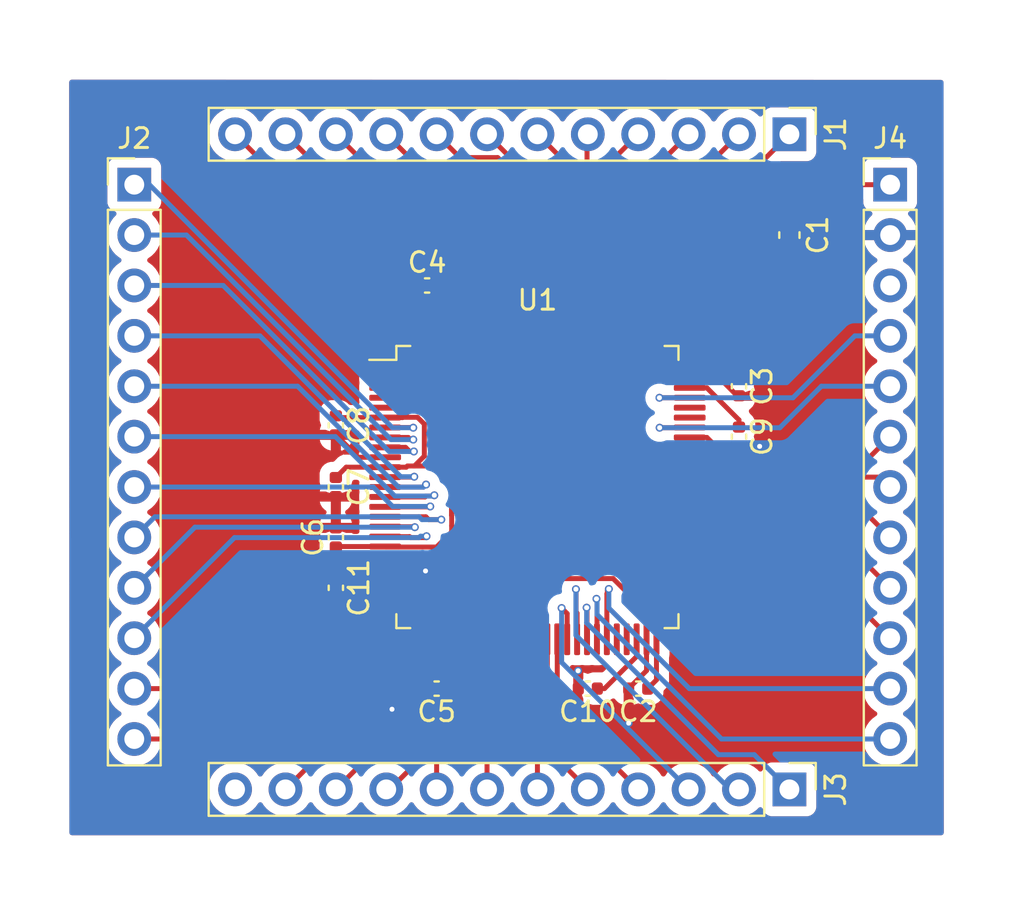
<source format=kicad_pcb>
(kicad_pcb (version 20211014) (generator pcbnew)
  (layers (0 "F.Cu" mixed) (31 "B.Cu" mixed) (34 "B.Paste" user) (35 "F.Paste" user) (36 "B.SilkS" user "B.Silkscreen") (37 "F.SilkS" user "F.Silkscreen") (38 "B.Mask" user) (39 "F.Mask" user) (44 "Edge.Cuts" user))
  (net 0 "")
  (net 6 "+3V3")
  (net 7 "BTN0")
  (net 8 "BTN1")
  (net 9 "BTN2")
  (net 10 "GND")
  (net 11 "HSE_IN")
  (net 12 "HSE_OUT")
  (net 13 "NRST")
  (net 14 "LED1")
  (net 15 "LED2")
  (net 16 "LED3")
  (net 17 "LED_STATUS")
  (net 18 "Net-(C11-Pad1)")
  (net 21 "TX_HC12")
  (net 22 "RX_HC12")
  (net 25 "STEP1")
  (net 26 "STEP2")
  (net 29 "STEP3")
  (net 30 "STEP4")
  (net 31 "BOOT1")
  (net 32 "EN1")
  (net 33 "DIR1")
  (net 34 "EN2")
  (net 35 "DIR2")
  (net 36 "EN3")
  (net 37 "DIR3")
  (net 38 "EN4")
  (net 39 "DIR4")
  (net 42 "Net-(C10-Pad1)")
  (net 51 "PWM_SERVO")
  (net 52 "PWM_TEST")
  (net 55 "TX")
  (net 56 "RX")
  (net 60 "BOOT_TX")
  (net 61 "BOOT_RX")
  (net 64 "SWDIO")
  (net 65 "Net-(C9-Pad1)")
  (net 66 "SWCLK")
  (net 67 "JTDI")
  (net 71 "IO0")
  (net 72 "IO1")
  (net 73 "IO2")
  (net 74 "IO3")
  (net 75 "IO4")
  (net 76 "IO5")
  (net 77 "IO6")
  (net 78 "IO7")
  (net 79 "SWO")
  (net 84 "BOOT0")
  (footprint "Connector_PinHeader_2.54mm:PinHeader_1x12_P2.54mm_Vertical" (layer "F.Cu") (at 147.32 76.2)
    (fp_text reference "J4" (at 0 -2.33) (layer "F.SilkS"))
    (fp_text value "Conn_01x12_Male")
    (fp_line (start 1.33 1.27) (end 1.33 29.27) (layer "F.SilkS") (width 0.12))
    (fp_line (start -1.33 1.27) (end -1.33 29.27) (layer "F.SilkS") (width 0.12))
    (fp_line (start -1.33 0) (end -1.33 -1.33) (layer "F.SilkS") (width 0.12))
    (fp_line (start -1.33 1.27) (end 1.33 1.27) (layer "F.SilkS") (width 0.12))
    (fp_line (start -1.33 29.27) (end 1.33 29.27) (layer "F.SilkS") (width 0.12))
    (fp_line (start -1.33 -1.33) (end 0 -1.33) (layer "F.SilkS") (width 0.12))
    (pad "1" thru_hole rect (at 0 0) (size 1.7 1.7) (drill 1) (layers *.Cu *.Mask) (net 6 "+3V3"))
    (pad "2" thru_hole oval (at 0 2.54) (size 1.7 1.7) (drill 1) (layers *.Cu *.Mask) (net 10 "GND"))
    (pad "3" thru_hole oval (at 0 5.08) (size 1.7 1.7) (drill 1) (layers *.Cu *.Mask))
    (pad "4" thru_hole oval (at 0 7.62) (size 1.7 1.7) (drill 1) (layers *.Cu *.Mask) (net 64 "SWDIO"))
    (pad "5" thru_hole oval (at 0 10.16) (size 1.7 1.7) (drill 1) (layers *.Cu *.Mask) (net 61 "BOOT_RX"))
    (pad "6" thru_hole oval (at 0 12.7) (size 1.7 1.7) (drill 1) (layers *.Cu *.Mask) (net 60 "BOOT_TX"))
    (pad "7" thru_hole oval (at 0 15.24) (size 1.7 1.7) (drill 1) (layers *.Cu *.Mask) (net 56 "RX"))
    (pad "8" thru_hole oval (at 0 17.78) (size 1.7 1.7) (drill 1) (layers *.Cu *.Mask) (net 55 "TX"))
    (pad "9" thru_hole oval (at 0 20.32) (size 1.7 1.7) (drill 1) (layers *.Cu *.Mask) (net 52 "PWM_TEST"))
    (pad "10" thru_hole oval (at 0 22.86) (size 1.7 1.7) (drill 1) (layers *.Cu *.Mask) (net 51 "PWM_SERVO"))
    (pad "11" thru_hole oval (at 0 25.4) (size 1.7 1.7) (drill 1) (layers *.Cu *.Mask) (net 39 "DIR4"))
    (pad "12" thru_hole oval (at 0 27.94) (size 1.7 1.7) (drill 1) (layers *.Cu *.Mask) (net 38 "EN4"))
  )
  (footprint "Capacitor_SMD:C_0402_1005Metric" (layer "F.Cu") (at 119.38 91.44 -90)
    (fp_text reference "C7" (at 0 -1.16 90) (layer "F.SilkS"))
    (fp_text value "100n")
    (fp_line (start -0.107836 -0.36) (end 0.107836 -0.36) (layer "F.SilkS") (width 0.12))
    (fp_line (start -0.107836 0.36) (end 0.107836 0.36) (layer "F.SilkS") (width 0.12))
    (pad "1" smd roundrect (at -0.48 0 270) (size 0.56 0.62) (layers "F.Cu" "F.Paste" "F.Mask") (net 6 "+3V3"))
    (pad "2" smd roundrect (at 0.48 0 270) (size 0.56 0.62) (layers "F.Cu" "F.Paste" "F.Mask") (net 10 "GND"))
  )
  (footprint "Connector_PinHeader_2.54mm:PinHeader_1x12_P2.54mm_Vertical" (layer "F.Cu") (at 142.24 106.68 -90)
    (fp_text reference "J3" (at 0 -2.33 -90) (layer "F.SilkS"))
    (fp_text value "Conn_01x12_Male")
    (fp_line (start -1.33 1.27) (end -1.33 29.27) (layer "F.SilkS") (width 0.12))
    (fp_line (start -1.33 1.27) (end 1.33 1.27) (layer "F.SilkS") (width 0.12))
    (fp_line (start -1.33 -1.33) (end 0 -1.33) (layer "F.SilkS") (width 0.12))
    (fp_line (start -1.33 0) (end -1.33 -1.33) (layer "F.SilkS") (width 0.12))
    (fp_line (start 1.33 1.27) (end 1.33 29.27) (layer "F.SilkS") (width 0.12))
    (fp_line (start -1.33 29.27) (end 1.33 29.27) (layer "F.SilkS") (width 0.12))
    (pad "1" thru_hole rect (at 0 0 270) (size 1.7 1.7) (drill 1) (layers *.Cu *.Mask) (net 37 "DIR3"))
    (pad "2" thru_hole oval (at 0 2.54 270) (size 1.7 1.7) (drill 1) (layers *.Cu *.Mask) (net 36 "EN3"))
    (pad "3" thru_hole oval (at 0 5.08 270) (size 1.7 1.7) (drill 1) (layers *.Cu *.Mask) (net 35 "DIR2"))
    (pad "4" thru_hole oval (at 0 7.62 270) (size 1.7 1.7) (drill 1) (layers *.Cu *.Mask) (net 34 "EN2"))
    (pad "5" thru_hole oval (at 0 10.16 270) (size 1.7 1.7) (drill 1) (layers *.Cu *.Mask) (net 33 "DIR1"))
    (pad "6" thru_hole oval (at 0 12.7 270) (size 1.7 1.7) (drill 1) (layers *.Cu *.Mask) (net 32 "EN1"))
    (pad "7" thru_hole oval (at 0 15.24 270) (size 1.7 1.7) (drill 1) (layers *.Cu *.Mask) (net 31 "BOOT1"))
    (pad "8" thru_hole oval (at 0 17.78 270) (size 1.7 1.7) (drill 1) (layers *.Cu *.Mask) (net 30 "STEP4"))
    (pad "9" thru_hole oval (at 0 20.32 270) (size 1.7 1.7) (drill 1) (layers *.Cu *.Mask) (net 29 "STEP3"))
    (pad "10" thru_hole oval (at 0 22.86 270) (size 1.7 1.7) (drill 1) (layers *.Cu *.Mask) (net 26 "STEP2"))
    (pad "11" thru_hole oval (at 0 25.4 270) (size 1.7 1.7) (drill 1) (layers *.Cu *.Mask) (net 25 "STEP1"))
    (pad "12" thru_hole oval (at 0 27.94 270) (size 1.7 1.7) (drill 1) (layers *.Cu *.Mask))
  )
  (footprint "Capacitor_SMD:C_0402_1005Metric" (layer "F.Cu") (at 139.7 86.36 -90)
    (fp_text reference "C3" (at 0 -1.16 90) (layer "F.SilkS"))
    (fp_text value "100n")
    (fp_line (start -0.107836 -0.36) (end 0.107836 -0.36) (layer "F.SilkS") (width 0.12))
    (fp_line (start -0.107836 0.36) (end 0.107836 0.36) (layer "F.SilkS") (width 0.12))
    (pad "1" smd roundrect (at -0.48 0 270) (size 0.56 0.62) (layers "F.Cu" "F.Paste" "F.Mask") (net 6 "+3V3"))
    (pad "2" smd roundrect (at 0.48 0 270) (size 0.56 0.62) (layers "F.Cu" "F.Paste" "F.Mask") (net 10 "GND"))
  )
  (footprint "Capacitor_SMD:C_0402_1005Metric" (layer "F.Cu") (at 119.38 88.33 -90)
    (fp_text reference "C8" (at 0 -1.16 90) (layer "F.SilkS"))
    (fp_text value "100n")
    (fp_line (start -0.107836 -0.36) (end 0.107836 -0.36) (layer "F.SilkS") (width 0.12))
    (fp_line (start -0.107836 0.36) (end 0.107836 0.36) (layer "F.SilkS") (width 0.12))
    (pad "1" smd roundrect (at -0.48 0 270) (size 0.56 0.62) (layers "F.Cu" "F.Paste" "F.Mask") (net 6 "+3V3"))
    (pad "2" smd roundrect (at 0.48 0 270) (size 0.56 0.62) (layers "F.Cu" "F.Paste" "F.Mask") (net 10 "GND"))
  )
  (footprint "Connector_PinHeader_2.54mm:PinHeader_1x12_P2.54mm_Vertical" (layer "F.Cu") (at 109.22 76.2)
    (fp_text reference "J2" (at 0 -2.33) (layer "F.SilkS"))
    (fp_text value "Conn_01x12_Male")
    (fp_line (start -1.33 1.27) (end -1.33 29.27) (layer "F.SilkS") (width 0.12))
    (fp_line (start -1.33 0) (end -1.33 -1.33) (layer "F.SilkS") (width 0.12))
    (fp_line (start -1.33 29.27) (end 1.33 29.27) (layer "F.SilkS") (width 0.12))
    (fp_line (start -1.33 -1.33) (end 0 -1.33) (layer "F.SilkS") (width 0.12))
    (fp_line (start -1.33 1.27) (end 1.33 1.27) (layer "F.SilkS") (width 0.12))
    (fp_line (start 1.33 1.27) (end 1.33 29.27) (layer "F.SilkS") (width 0.12))
    (pad "1" thru_hole rect (at 0 0) (size 1.7 1.7) (drill 1) (layers *.Cu *.Mask) (net 7 "BTN0"))
    (pad "2" thru_hole oval (at 0 2.54) (size 1.7 1.7) (drill 1) (layers *.Cu *.Mask) (net 8 "BTN1"))
    (pad "3" thru_hole oval (at 0 5.08) (size 1.7 1.7) (drill 1) (layers *.Cu *.Mask) (net 9 "BTN2"))
    (pad "4" thru_hole oval (at 0 7.62) (size 1.7 1.7) (drill 1) (layers *.Cu *.Mask) (net 11 "HSE_IN"))
    (pad "5" thru_hole oval (at 0 10.16) (size 1.7 1.7) (drill 1) (layers *.Cu *.Mask) (net 12 "HSE_OUT"))
    (pad "6" thru_hole oval (at 0 12.7) (size 1.7 1.7) (drill 1) (layers *.Cu *.Mask) (net 13 "NRST"))
    (pad "7" thru_hole oval (at 0 15.24) (size 1.7 1.7) (drill 1) (layers *.Cu *.Mask) (net 14 "LED1"))
    (pad "8" thru_hole oval (at 0 17.78) (size 1.7 1.7) (drill 1) (layers *.Cu *.Mask) (net 15 "LED2"))
    (pad "9" thru_hole oval (at 0 20.32) (size 1.7 1.7) (drill 1) (layers *.Cu *.Mask) (net 16 "LED3"))
    (pad "10" thru_hole oval (at 0 22.86) (size 1.7 1.7) (drill 1) (layers *.Cu *.Mask) (net 17 "LED_STATUS"))
    (pad "11" thru_hole oval (at 0 25.4) (size 1.7 1.7) (drill 1) (layers *.Cu *.Mask) (net 21 "TX_HC12"))
    (pad "12" thru_hole oval (at 0 27.94) (size 1.7 1.7) (drill 1) (layers *.Cu *.Mask) (net 22 "RX_HC12"))
  )
  (footprint "Capacitor_SMD:C_0402_1005Metric" (layer "F.Cu") (at 119.38 93.98 90)
    (fp_text reference "C6" (at 0 -1.16 90) (layer "F.SilkS"))
    (fp_text value "100n")
    (fp_line (start -0.107836 0.36) (end 0.107836 0.36) (layer "F.SilkS") (width 0.12))
    (fp_line (start -0.107836 -0.36) (end 0.107836 -0.36) (layer "F.SilkS") (width 0.12))
    (pad "1" smd roundrect (at -0.48 0 90) (size 0.56 0.62) (layers "F.Cu" "F.Paste" "F.Mask") (net 6 "+3V3"))
    (pad "2" smd roundrect (at 0.48 0 90) (size 0.56 0.62) (layers "F.Cu" "F.Paste" "F.Mask") (net 10 "GND"))
  )
  (footprint "Capacitor_SMD:C_0402_1005Metric" (layer "F.Cu") (at 134.62 101.6 180)
    (fp_text reference "C2" (at 0 -1.16) (layer "F.SilkS"))
    (fp_text value "100n")
    (fp_line (start -0.107836 -0.36) (end 0.107836 -0.36) (layer "F.SilkS") (width 0.12))
    (fp_line (start -0.107836 0.36) (end 0.107836 0.36) (layer "F.SilkS") (width 0.12))
    (pad "1" smd roundrect (at -0.48 0 180) (size 0.56 0.62) (layers "F.Cu" "F.Paste" "F.Mask") (net 6 "+3V3"))
    (pad "2" smd roundrect (at 0.48 0 180) (size 0.56 0.62) (layers "F.Cu" "F.Paste" "F.Mask") (net 10 "GND"))
  )
  (footprint "Package_QFP:LQFP-100_14x14mm_P0.5mm" (layer "F.Cu") (at 129.54 91.44)
    (fp_text reference "U1" (at 0 -9.42) (layer "F.SilkS"))
    (fp_text value "STM32F411VETx")
    (fp_line (start -7.11 7.11) (end -7.11 6.41) (layer "F.SilkS") (width 0.12))
    (fp_line (start 6.41 -7.11) (end 7.11 -7.11) (layer "F.SilkS") (width 0.12))
    (fp_line (start -7.11 -6.41) (end -8.475 -6.41) (layer "F.SilkS") (width 0.12))
    (fp_line (start -7.11 -7.11) (end -7.11 -6.41) (layer "F.SilkS") (width 0.12))
    (fp_line (start 7.11 -7.11) (end 7.11 -6.41) (layer "F.SilkS") (width 0.12))
    (fp_line (start 6.41 7.11) (end 7.11 7.11) (layer "F.SilkS") (width 0.12))
    (fp_line (start -6.41 -7.11) (end -7.11 -7.11) (layer "F.SilkS") (width 0.12))
    (fp_line (start 7.11 7.11) (end 7.11 6.41) (layer "F.SilkS") (width 0.12))
    (fp_line (start -6.41 7.11) (end -7.11 7.11) (layer "F.SilkS") (width 0.12))
    (pad "1" smd roundrect (at -7.675 -6) (size 1.6 0.3) (layers "F.Cu" "F.Paste" "F.Mask"))
    (pad "2" smd roundrect (at -7.675 -5.5) (size 1.6 0.3) (layers "F.Cu" "F.Paste" "F.Mask"))
    (pad "3" smd roundrect (at -7.675 -5) (size 1.6 0.3) (layers "F.Cu" "F.Paste" "F.Mask"))
    (pad "4" smd roundrect (at -7.675 -4.5) (size 1.6 0.3) (layers "F.Cu" "F.Paste" "F.Mask"))
    (pad "5" smd roundrect (at -7.675 -4) (size 1.6 0.3) (layers "F.Cu" "F.Paste" "F.Mask"))
    (pad "6" smd roundrect (at -7.675 -3.5) (size 1.6 0.3) (layers "F.Cu" "F.Paste" "F.Mask") (net 6 "+3V3"))
    (pad "7" smd roundrect (at -7.675 -3) (size 1.6 0.3) (layers "F.Cu" "F.Paste" "F.Mask") (net 7 "BTN0"))
    (pad "8" smd roundrect (at -7.675 -2.5) (size 1.6 0.3) (layers "F.Cu" "F.Paste" "F.Mask") (net 8 "BTN1"))
    (pad "9" smd roundrect (at -7.675 -2) (size 1.6 0.3) (layers "F.Cu" "F.Paste" "F.Mask") (net 9 "BTN2"))
    (pad "10" smd roundrect (at -7.675 -1.5) (size 1.6 0.3) (layers "F.Cu" "F.Paste" "F.Mask") (net 10 "GND"))
    (pad "11" smd roundrect (at -7.675 -1) (size 1.6 0.3) (layers "F.Cu" "F.Paste" "F.Mask") (net 6 "+3V3"))
    (pad "12" smd roundrect (at -7.675 -0.5) (size 1.6 0.3) (layers "F.Cu" "F.Paste" "F.Mask") (net 11 "HSE_IN"))
    (pad "13" smd roundrect (at -7.675 0) (size 1.6 0.3) (layers "F.Cu" "F.Paste" "F.Mask") (net 12 "HSE_OUT"))
    (pad "14" smd roundrect (at -7.675 0.5) (size 1.6 0.3) (layers "F.Cu" "F.Paste" "F.Mask") (net 13 "NRST"))
    (pad "15" smd roundrect (at -7.675 1) (size 1.6 0.3) (layers "F.Cu" "F.Paste" "F.Mask") (net 14 "LED1"))
    (pad "16" smd roundrect (at -7.675 1.5) (size 1.6 0.3) (layers "F.Cu" "F.Paste" "F.Mask") (net 15 "LED2"))
    (pad "17" smd roundrect (at -7.675 2) (size 1.6 0.3) (layers "F.Cu" "F.Paste" "F.Mask") (net 16 "LED3"))
    (pad "18" smd roundrect (at -7.675 2.5) (size 1.6 0.3) (layers "F.Cu" "F.Paste" "F.Mask") (net 17 "LED_STATUS"))
    (pad "19" smd roundrect (at -7.675 3) (size 1.6 0.3) (layers "F.Cu" "F.Paste" "F.Mask") (net 6 "+3V3"))
    (pad "20" smd roundrect (at -7.675 3.5) (size 1.6 0.3) (layers "F.Cu" "F.Paste" "F.Mask") (net 10 "GND"))
    (pad "21" smd roundrect (at -7.675 4) (size 1.6 0.3) (layers "F.Cu" "F.Paste" "F.Mask") (net 18 "Net-(C11-Pad1)"))
    (pad "22" smd roundrect (at -7.675 4.5) (size 1.6 0.3) (layers "F.Cu" "F.Paste" "F.Mask") (net 6 "+3V3"))
    (pad "23" smd roundrect (at -7.675 5) (size 1.6 0.3) (layers "F.Cu" "F.Paste" "F.Mask"))
    (pad "24" smd roundrect (at -7.675 5.5) (size 1.6 0.3) (layers "F.Cu" "F.Paste" "F.Mask"))
    (pad "25" smd roundrect (at -7.675 6) (size 1.6 0.3) (layers "F.Cu" "F.Paste" "F.Mask") (net 21 "TX_HC12"))
    (pad "26" smd roundrect (at -6 7.675) (size 0.3 1.6) (layers "F.Cu" "F.Paste" "F.Mask") (net 22 "RX_HC12"))
    (pad "27" smd roundrect (at -5.5 7.675) (size 0.3 1.6) (layers "F.Cu" "F.Paste" "F.Mask") (net 10 "GND"))
    (pad "28" smd roundrect (at -5 7.675) (size 0.3 1.6) (layers "F.Cu" "F.Paste" "F.Mask") (net 6 "+3V3"))
    (pad "29" smd roundrect (at -4.5 7.675) (size 0.3 1.6) (layers "F.Cu" "F.Paste" "F.Mask"))
    (pad "30" smd roundrect (at -4 7.675) (size 0.3 1.6) (layers "F.Cu" "F.Paste" "F.Mask"))
    (pad "31" smd roundrect (at -3.5 7.675) (size 0.3 1.6) (layers "F.Cu" "F.Paste" "F.Mask") (net 25 "STEP1"))
    (pad "32" smd roundrect (at -3 7.675) (size 0.3 1.6) (layers "F.Cu" "F.Paste" "F.Mask") (net 26 "STEP2"))
    (pad "33" smd roundrect (at -2.5 7.675) (size 0.3 1.6) (layers "F.Cu" "F.Paste" "F.Mask"))
    (pad "34" smd roundrect (at -2 7.675) (size 0.3 1.6) (layers "F.Cu" "F.Paste" "F.Mask"))
    (pad "35" smd roundrect (at -1.5 7.675) (size 0.3 1.6) (layers "F.Cu" "F.Paste" "F.Mask") (net 29 "STEP3"))
    (pad "36" smd roundrect (at -1 7.675) (size 0.3 1.6) (layers "F.Cu" "F.Paste" "F.Mask") (net 30 "STEP4"))
    (pad "37" smd roundrect (at -0.5 7.675) (size 0.3 1.6) (layers "F.Cu" "F.Paste" "F.Mask") (net 31 "BOOT1"))
    (pad "38" smd roundrect (at 0 7.675) (size 0.3 1.6) (layers "F.Cu" "F.Paste" "F.Mask") (net 32 "EN1"))
    (pad "39" smd roundrect (at 0.5 7.675) (size 0.3 1.6) (layers "F.Cu" "F.Paste" "F.Mask") (net 33 "DIR1"))
    (pad "40" smd roundrect (at 1 7.675) (size 0.3 1.6) (layers "F.Cu" "F.Paste" "F.Mask") (net 34 "EN2"))
    (pad "41" smd roundrect (at 1.5 7.675) (size 0.3 1.6) (layers "F.Cu" "F.Paste" "F.Mask") (net 35 "DIR2"))
    (pad "42" smd roundrect (at 2 7.675) (size 0.3 1.6) (layers "F.Cu" "F.Paste" "F.Mask") (net 36 "EN3"))
    (pad "43" smd roundrect (at 2.5 7.675) (size 0.3 1.6) (layers "F.Cu" "F.Paste" "F.Mask") (net 37 "DIR3"))
    (pad "44" smd roundrect (at 3 7.675) (size 0.3 1.6) (layers "F.Cu" "F.Paste" "F.Mask") (net 38 "EN4"))
    (pad "45" smd roundrect (at 3.5 7.675) (size 0.3 1.6) (layers "F.Cu" "F.Paste" "F.Mask") (net 39 "DIR4"))
    (pad "46" smd roundrect (at 4 7.675) (size 0.3 1.6) (layers "F.Cu" "F.Paste" "F.Mask"))
    (pad "47" smd roundrect (at 4.5 7.675) (size 0.3 1.6) (layers "F.Cu" "F.Paste" "F.Mask"))
    (pad "48" smd roundrect (at 5 7.675) (size 0.3 1.6) (layers "F.Cu" "F.Paste" "F.Mask") (net 42 "Net-(C10-Pad1)"))
    (pad "49" smd roundrect (at 5.5 7.675) (size 0.3 1.6) (layers "F.Cu" "F.Paste" "F.Mask") (net 10 "GND"))
    (pad "50" smd roundrect (at 6 7.675) (size 0.3 1.6) (layers "F.Cu" "F.Paste" "F.Mask") (net 6 "+3V3"))
    (pad "51" smd roundrect (at 7.675 6) (size 1.6 0.3) (layers "F.Cu" "F.Paste" "F.Mask"))
    (pad "52" smd roundrect (at 7.675 5.5) (size 1.6 0.3) (layers "F.Cu" "F.Paste" "F.Mask"))
    (pad "53" smd roundrect (at 7.675 5) (size 1.6 0.3) (layers "F.Cu" "F.Paste" "F.Mask"))
    (pad "54" smd roundrect (at 7.675 4.5) (size 1.6 0.3) (layers "F.Cu" "F.Paste" "F.Mask"))
    (pad "55" smd roundrect (at 7.675 4) (size 1.6 0.3) (layers "F.Cu" "F.Paste" "F.Mask"))
    (pad "56" smd roundrect (at 7.675 3.5) (size 1.6 0.3) (layers "F.Cu" "F.Paste" "F.Mask"))
    (pad "57" smd roundrect (at 7.675 3) (size 1.6 0.3) (layers "F.Cu" "F.Paste" "F.Mask"))
    (pad "58" smd roundrect (at 7.675 2.5) (size 1.6 0.3) (layers "F.Cu" "F.Paste" "F.Mask"))
    (pad "59" smd roundrect (at 7.675 2) (size 1.6 0.3) (layers "F.Cu" "F.Paste" "F.Mask") (net 51 "PWM_SERVO"))
    (pad "60" smd roundrect (at 7.675 1.5) (size 1.6 0.3) (layers "F.Cu" "F.Paste" "F.Mask") (net 52 "PWM_TEST"))
    (pad "61" smd roundrect (at 7.675 1) (size 1.6 0.3) (layers "F.Cu" "F.Paste" "F.Mask"))
    (pad "62" smd roundrect (at 7.675 0.5) (size 1.6 0.3) (layers "F.Cu" "F.Paste" "F.Mask"))
    (pad "63" smd roundrect (at 7.675 0) (size 1.6 0.3) (layers "F.Cu" "F.Paste" "F.Mask") (net 55 "TX"))
    (pad "64" smd roundrect (at 7.675 -0.5) (size 1.6 0.3) (layers "F.Cu" "F.Paste" "F.Mask") (net 56 "RX"))
    (pad "65" smd roundrect (at 7.675 -1) (size 1.6 0.3) (layers "F.Cu" "F.Paste" "F.Mask"))
    (pad "66" smd roundrect (at 7.675 -1.5) (size 1.6 0.3) (layers "F.Cu" "F.Paste" "F.Mask"))
    (pad "67" smd roundrect (at 7.675 -2) (size 1.6 0.3) (layers "F.Cu" "F.Paste" "F.Mask"))
    (pad "68" smd roundrect (at 7.675 -2.5) (size 1.6 0.3) (layers "F.Cu" "F.Paste" "F.Mask") (net 60 "BOOT_TX"))
    (pad "69" smd roundrect (at 7.675 -3) (size 1.6 0.3) (layers "F.Cu" "F.Paste" "F.Mask") (net 61 "BOOT_RX"))
    (pad "70" smd roundrect (at 7.675 -3.5) (size 1.6 0.3) (layers "F.Cu" "F.Paste" "F.Mask"))
    (pad "71" smd roundrect (at 7.675 -4) (size 1.6 0.3) (layers "F.Cu" "F.Paste" "F.Mask"))
    (pad "72" smd roundrect (at 7.675 -4.5) (size 1.6 0.3) (layers "F.Cu" "F.Paste" "F.Mask") (net 64 "SWDIO"))
    (pad "73" smd roundrect (at 7.675 -5) (size 1.6 0.3) (layers "F.Cu" "F.Paste" "F.Mask") (net 65 "Net-(C9-Pad1)"))
    (pad "74" smd roundrect (at 7.675 -5.5) (size 1.6 0.3) (layers "F.Cu" "F.Paste" "F.Mask") (net 10 "GND"))
    (pad "75" smd roundrect (at 7.675 -6) (size 1.6 0.3) (layers "F.Cu" "F.Paste" "F.Mask") (net 6 "+3V3"))
    (pad "76" smd roundrect (at 6 -7.675) (size 0.3 1.6) (layers "F.Cu" "F.Paste" "F.Mask") (net 66 "SWCLK"))
    (pad "77" smd roundrect (at 5.5 -7.675) (size 0.3 1.6) (layers "F.Cu" "F.Paste" "F.Mask") (net 67 "JTDI"))
    (pad "78" smd roundrect (at 5 -7.675) (size 0.3 1.6) (layers "F.Cu" "F.Paste" "F.Mask"))
    (pad "79" smd roundrect (at 4.5 -7.675) (size 0.3 1.6) (layers "F.Cu" "F.Paste" "F.Mask"))
    (pad "80" smd roundrect (at 4 -7.675) (size 0.3 1.6) (layers "F.Cu" "F.Paste" "F.Mask"))
    (pad "81" smd roundrect (at 3.5 -7.675) (size 0.3 1.6) (layers "F.Cu" "F.Paste" "F.Mask") (net 71 "IO0"))
    (pad "82" smd roundrect (at 3 -7.675) (size 0.3 1.6) (layers "F.Cu" "F.Paste" "F.Mask") (net 72 "IO1"))
    (pad "83" smd roundrect (at 2.5 -7.675) (size 0.3 1.6) (layers "F.Cu" "F.Paste" "F.Mask") (net 73 "IO2"))
    (pad "84" smd roundrect (at 2 -7.675) (size 0.3 1.6) (layers "F.Cu" "F.Paste" "F.Mask") (net 74 "IO3"))
    (pad "85" smd roundrect (at 1.5 -7.675) (size 0.3 1.6) (layers "F.Cu" "F.Paste" "F.Mask") (net 75 "IO4"))
    (pad "86" smd roundrect (at 1 -7.675) (size 0.3 1.6) (layers "F.Cu" "F.Paste" "F.Mask") (net 76 "IO5"))
    (pad "87" smd roundrect (at 0.5 -7.675) (size 0.3 1.6) (layers "F.Cu" "F.Paste" "F.Mask") (net 77 "IO6"))
    (pad "88" smd roundrect (at 0 -7.675) (size 0.3 1.6) (layers "F.Cu" "F.Paste" "F.Mask") (net 78 "IO7"))
    (pad "89" smd roundrect (at -0.5 -7.675) (size 0.3 1.6) (layers "F.Cu" "F.Paste" "F.Mask") (net 79 "SWO"))
    (pad "90" smd roundrect (at -1 -7.675) (size 0.3 1.6) (layers "F.Cu" "F.Paste" "F.Mask"))
    (pad "91" smd roundrect (at -1.5 -7.675) (size 0.3 1.6) (layers "F.Cu" "F.Paste" "F.Mask"))
    (pad "92" smd roundrect (at -2 -7.675) (size 0.3 1.6) (layers "F.Cu" "F.Paste" "F.Mask"))
    (pad "93" smd roundrect (at -2.5 -7.675) (size 0.3 1.6) (layers "F.Cu" "F.Paste" "F.Mask"))
    (pad "94" smd roundrect (at -3 -7.675) (size 0.3 1.6) (layers "F.Cu" "F.Paste" "F.Mask") (net 84 "BOOT0"))
    (pad "95" smd roundrect (at -3.5 -7.675) (size 0.3 1.6) (layers "F.Cu" "F.Paste" "F.Mask"))
    (pad "96" smd roundrect (at -4 -7.675) (size 0.3 1.6) (layers "F.Cu" "F.Paste" "F.Mask"))
    (pad "97" smd roundrect (at -4.5 -7.675) (size 0.3 1.6) (layers "F.Cu" "F.Paste" "F.Mask"))
    (pad "98" smd roundrect (at -5 -7.675) (size 0.3 1.6) (layers "F.Cu" "F.Paste" "F.Mask"))
    (pad "99" smd roundrect (at -5.5 -7.675) (size 0.3 1.6) (layers "F.Cu" "F.Paste" "F.Mask") (net 10 "GND"))
    (pad "100" smd roundrect (at -6 -7.675) (size 0.3 1.6) (layers "F.Cu" "F.Paste" "F.Mask") (net 6 "+3V3"))
  )
  (footprint "Connector_PinHeader_2.54mm:PinHeader_1x12_P2.54mm_Vertical" (layer "F.Cu") (at 142.24 73.66 -90)
    (fp_text reference "J1" (at 0 -2.33 -90) (layer "F.SilkS"))
    (fp_text value "Conn_01x12_Male")
    (fp_line (start -1.33 29.27) (end 1.33 29.27) (layer "F.SilkS") (width 0.12))
    (fp_line (start -1.33 0) (end -1.33 -1.33) (layer "F.SilkS") (width 0.12))
    (fp_line (start -1.33 1.27) (end -1.33 29.27) (layer "F.SilkS") (width 0.12))
    (fp_line (start -1.33 -1.33) (end 0 -1.33) (layer "F.SilkS") (width 0.12))
    (fp_line (start 1.33 1.27) (end 1.33 29.27) (layer "F.SilkS") (width 0.12))
    (fp_line (start -1.33 1.27) (end 1.33 1.27) (layer "F.SilkS") (width 0.12))
    (pad "1" thru_hole rect (at 0 0 270) (size 1.7 1.7) (drill 1) (layers *.Cu *.Mask) (net 66 "SWCLK"))
    (pad "2" thru_hole oval (at 0 2.54 270) (size 1.7 1.7) (drill 1) (layers *.Cu *.Mask) (net 67 "JTDI"))
    (pad "3" thru_hole oval (at 0 5.08 270) (size 1.7 1.7) (drill 1) (layers *.Cu *.Mask) (net 71 "IO0"))
    (pad "4" thru_hole oval (at 0 7.62 270) (size 1.7 1.7) (drill 1) (layers *.Cu *.Mask) (net 72 "IO1"))
    (pad "5" thru_hole oval (at 0 10.16 270) (size 1.7 1.7) (drill 1) (layers *.Cu *.Mask) (net 73 "IO2"))
    (pad "6" thru_hole oval (at 0 12.7 270) (size 1.7 1.7) (drill 1) (layers *.Cu *.Mask) (net 74 "IO3"))
    (pad "7" thru_hole oval (at 0 15.24 270) (size 1.7 1.7) (drill 1) (layers *.Cu *.Mask) (net 75 "IO4"))
    (pad "8" thru_hole oval (at 0 17.78 270) (size 1.7 1.7) (drill 1) (layers *.Cu *.Mask) (net 76 "IO5"))
    (pad "9" thru_hole oval (at 0 20.32 270) (size 1.7 1.7) (drill 1) (layers *.Cu *.Mask) (net 77 "IO6"))
    (pad "10" thru_hole oval (at 0 22.86 270) (size 1.7 1.7) (drill 1) (layers *.Cu *.Mask) (net 78 "IO7"))
    (pad "11" thru_hole oval (at 0 25.4 270) (size 1.7 1.7) (drill 1) (layers *.Cu *.Mask) (net 79 "SWO"))
    (pad "12" thru_hole oval (at 0 27.94 270) (size 1.7 1.7) (drill 1) (layers *.Cu *.Mask) (net 84 "BOOT0"))
  )
  (footprint "Capacitor_SMD:C_0402_1005Metric" (layer "F.Cu") (at 123.98 81.28)
    (fp_text reference "C4" (at 0 -1.16) (layer "F.SilkS"))
    (fp_text value "100n")
    (fp_line (start -0.107836 -0.36) (end 0.107836 -0.36) (layer "F.SilkS") (width 0.12))
    (fp_line (start -0.107836 0.36) (end 0.107836 0.36) (layer "F.SilkS") (width 0.12))
    (pad "1" smd roundrect (at -0.48 0) (size 0.56 0.62) (layers "F.Cu" "F.Paste" "F.Mask") (net 6 "+3V3"))
    (pad "2" smd roundrect (at 0.48 0) (size 0.56 0.62) (layers "F.Cu" "F.Paste" "F.Mask") (net 10 "GND"))
  )
  (footprint "Capacitor_SMD:C_0402_1005Metric" (layer "F.Cu") (at 139.7 88.9 -90)
    (fp_text reference "C9" (at 0 -1.16 90) (layer "F.SilkS"))
    (fp_text value "100n")
    (fp_line (start -0.107836 -0.36) (end 0.107836 -0.36) (layer "F.SilkS") (width 0.12))
    (fp_line (start -0.107836 0.36) (end 0.107836 0.36) (layer "F.SilkS") (width 0.12))
    (pad "1" smd roundrect (at -0.48 0 270) (size 0.56 0.62) (layers "F.Cu" "F.Paste" "F.Mask") (net 65 "Net-(C9-Pad1)"))
    (pad "2" smd roundrect (at 0.48 0 270) (size 0.56 0.62) (layers "F.Cu" "F.Paste" "F.Mask") (net 10 "GND"))
  )
  (footprint "Capacitor_SMD:C_0402_1005Metric" (layer "F.Cu") (at 132.08 101.6 180)
    (fp_text reference "C10" (at 0 -1.16) (layer "F.SilkS"))
    (fp_text value "100n")
    (fp_line (start -0.107836 -0.36) (end 0.107836 -0.36) (layer "F.SilkS") (width 0.12))
    (fp_line (start -0.107836 0.36) (end 0.107836 0.36) (layer "F.SilkS") (width 0.12))
    (pad "1" smd roundrect (at -0.48 0 180) (size 0.56 0.62) (layers "F.Cu" "F.Paste" "F.Mask") (net 42 "Net-(C10-Pad1)"))
    (pad "2" smd roundrect (at 0.48 0 180) (size 0.56 0.62) (layers "F.Cu" "F.Paste" "F.Mask") (net 10 "GND"))
  )
  (footprint "Capacitor_SMD:C_0402_1005Metric" (layer "F.Cu") (at 119.38 96.52 -90)
    (fp_text reference "C11" (at 0 -1.16 90) (layer "F.SilkS"))
    (fp_text value "100n")
    (fp_line (start -0.107836 -0.36) (end 0.107836 -0.36) (layer "F.SilkS") (width 0.12))
    (fp_line (start -0.107836 0.36) (end 0.107836 0.36) (layer "F.SilkS") (width 0.12))
    (pad "1" smd roundrect (at -0.48 0 270) (size 0.56 0.62) (layers "F.Cu" "F.Paste" "F.Mask") (net 18 "Net-(C11-Pad1)"))
    (pad "2" smd roundrect (at 0.48 0 270) (size 0.56 0.62) (layers "F.Cu" "F.Paste" "F.Mask") (net 10 "GND"))
  )
  (footprint "Capacitor_SMD:C_0402_1005Metric" (layer "F.Cu") (at 124.46 101.6 180)
    (fp_text reference "C5" (at 0 -1.16) (layer "F.SilkS"))
    (fp_text value "100n")
    (fp_line (start -0.107836 0.36) (end 0.107836 0.36) (layer "F.SilkS") (width 0.12))
    (fp_line (start -0.107836 -0.36) (end 0.107836 -0.36) (layer "F.SilkS") (width 0.12))
    (pad "1" smd roundrect (at -0.48 0 180) (size 0.56 0.62) (layers "F.Cu" "F.Paste" "F.Mask") (net 6 "+3V3"))
    (pad "2" smd roundrect (at 0.48 0 180) (size 0.56 0.62) (layers "F.Cu" "F.Paste" "F.Mask") (net 10 "GND"))
  )
  (footprint "Capacitor_SMD:C_0603_1608Metric" (layer "F.Cu") (at 142.24 78.74 -90)
    (fp_text reference "C1" (at 0 -1.43 90) (layer "F.SilkS"))
    (fp_text value "4u7")
    (fp_line (start -0.14058 0.51) (end 0.14058 0.51) (layer "F.SilkS") (width 0.12))
    (fp_line (start -0.14058 -0.51) (end 0.14058 -0.51) (layer "F.SilkS") (width 0.12))
    (pad "1" smd roundrect (at -0.775 0 270) (size 0.9 0.95) (layers "F.Cu" "F.Paste" "F.Mask") (net 6 "+3V3"))
    (pad "2" smd roundrect (at 0.775 0 270) (size 0.9 0.95) (layers "F.Cu" "F.Paste" "F.Mask") (net 10 "GND"))
  )
  (segment (start 137.215 85.44) (end 137.215 82.99) (width 0.25) (layer "F.Cu") (net 6))
  (segment (start 137.215 82.99) (end 142.24 77.965) (width 0.25) (layer "F.Cu") (net 6))
  (segment (start 121.865 87.94) (end 122.730006 87.94) (width 0.25) (layer "F.Cu") (net 6))
  (segment (start 137.215 85.44) (end 125.230006 85.44) (width 0.25) (layer "F.Cu") (net 6))
  (segment (start 122.99 90.38) (end 122.93 90.44) (width 0.25) (layer "F.Cu") (net 6))
  (segment (start 123.065003 87.605003) (end 123.54 87.130006) (width 0.25) (layer "F.Cu") (net 6))
  (segment (start 119.47 87.94) (end 119.38 87.85) (width 0.25) (layer "F.Cu") (net 6))
  (segment (start 125.218659 96.468659) (end 125.22 96.47) (width 0.25) (layer "F.Cu") (net 6))
  (segment (start 125.6357 96.0543) (end 133.356762 96.0543) (width 0.25) (layer "F.Cu") (net 6))
  (segment (start 122.744517 87.925489) (end 123.497261 87.925489) (width 0.25) (layer "F.Cu") (net 6))
  (segment (start 123.34 90.38) (end 123.320423 90.38) (width 0.25) (layer "F.Cu") (net 6))
  (segment (start 139.7 85.88) (end 139.26 85.44) (width 0.25) (layer "F.Cu") (net 6))
  (segment (start 125.218659 93.393113) (end 125.218659 93.701341) (width 0.25) (layer "F.Cu") (net 6))
  (segment (start 133.356762 96.0543) (end 135.54 98.237538) (width 0.25) (layer "F.Cu") (net 6))
  (segment (start 124.6 90.38) (end 125.21 90.99) (width 0.25) (layer "F.Cu") (net 6))
  (segment (start 144.005 76.2) (end 147.32 76.2) (width 0.25) (layer "F.Cu") (net 6))
  (segment (start 125.21 92.857228) (end 125.218659 92.865887) (width 0.25) (layer "F.Cu") (net 6))
  (segment (start 142.24 77.965) (end 144.005 76.2) (width 0.25) (layer "F.Cu") (net 6))
  (segment (start 123.84 88.268228) (end 123.84 89.88) (width 0.25) (layer "F.Cu") (net 6))
  (segment (start 124.54 97.249997) (end 124.54 97.749994) (width 0.25) (layer "F.Cu") (net 6))
  (segment (start 125.230006 85.44) (end 123.065003 87.605003) (width 0.25) (layer "F.Cu") (net 6))
  (segment (start 124.54 97.749994) (end 124.54 99.115) (width 0.25) (layer "F.Cu") (net 6))
  (segment (start 119.4 94.44) (end 119.38 94.46) (width 0.25) (layer "F.Cu") (net 6))
  (segment (start 123.54 81.32) (end 123.54 83.765) (width 0.25) (layer "F.Cu") (net 6))
  (segment (start 121.89048 94.46548) (end 121.865 94.44) (width 0.25) (layer "F.Cu") (net 6))
  (segment (start 124.54 101.2) (end 124.94 101.6) (width 0.25) (layer "F.Cu") (net 6))
  (segment (start 139.26 85.44) (end 137.215 85.44) (width 0.25) (layer "F.Cu") (net 6))
  (segment (start 135.54 99.115) (end 135.54 101.16) (width 0.25) (layer "F.Cu") (net 6))
  (segment (start 123.5 81.28) (end 123.54 81.32) (width 0.25) (layer "F.Cu") (net 6))
  (segment (start 123.320423 90.38) (end 124.6 90.38) (width 0.25) (layer "F.Cu") (net 6))
  (segment (start 135.54 101.16) (end 135.1 101.6) (width 0.25) (layer "F.Cu") (net 6))
  (segment (start 135.54 98.237538) (end 135.54 99.115) (width 0.25) (layer "F.Cu") (net 6))
  (segment (start 125.218659 93.701341) (end 124.45452 94.46548) (width 0.25) (layer "F.Cu") (net 6))
  (segment (start 123.84 89.88) (end 123.34 90.38) (width 0.25) (layer "F.Cu") (net 6))
  (segment (start 123.54 87.130006) (end 123.54 83.765) (width 0.25) (layer "F.Cu") (net 6))
  (segment (start 125.21 90.99) (end 125.21 92.857228) (width 0.25) (layer "F.Cu") (net 6))
  (segment (start 124.45452 94.46548) (end 121.89048 94.46548) (width 0.25) (layer "F.Cu") (net 6))
  (segment (start 122.730006 87.94) (end 122.744517 87.925489) (width 0.25) (layer "F.Cu") (net 6))
  (segment (start 123.320423 90.38) (end 122.99 90.38) (width 0.25) (layer "F.Cu") (net 6))
  (segment (start 119.9 90.44) (end 119.38 90.96) (width 0.25) (layer "F.Cu") (net 6))
  (segment (start 123.33 95.94) (end 124.54 97.15) (width 0.25) (layer "F.Cu") (net 6))
  (segment (start 124.54 99.115) (end 124.54 101.2) (width 0.25) (layer "F.Cu") (net 6))
  (segment (start 125.22 96.47) (end 125.6357 96.0543) (width 0.25) (layer "F.Cu") (net 6))
  (segment (start 121.865 90.44) (end 119.9 90.44) (width 0.25) (layer "F.Cu") (net 6))
  (segment (start 121.865 95.94) (end 123.33 95.94) (width 0.25) (layer "F.Cu") (net 6))
  (segment (start 122.93 90.44) (end 121.865 90.44) (width 0.25) (layer "F.Cu") (net 6))
  (segment (start 122.730006 87.94) (end 123.065003 87.605003) (width 0.25) (layer "F.Cu") (net 6))
  (segment (start 124.54 97.15) (end 124.54 97.749994) (width 0.25) (layer "F.Cu") (net 6))
  (segment (start 125.218659 93.701341) (end 125.218659 96.468659) (width 0.25) (layer "F.Cu") (net 6))
  (segment (start 124.54 97.15) (end 125.22 96.47) (width 0.25) (layer "F.Cu") (net 6))
  (segment (start 121.865 87.94) (end 119.47 87.94) (width 0.25) (layer "F.Cu") (net 6))
  (segment (start 123.497261 87.925489) (end 123.84 88.268228) (width 0.25) (layer "F.Cu") (net 6))
  (segment (start 121.865 94.44) (end 119.4 94.44) (width 0.25) (layer "F.Cu") (net 6))
  (segment (start 125.218659 92.865887) (end 125.218659 93.393113) (width 0.25) (layer "F.Cu") (net 6))
  (segment (start 121.865 88.44) (end 123.27 88.44) (width 0.25) (layer "F.Cu") (net 7))
  (segment (start 123.27 88.44) (end 123.28 88.45) (width 0.25) (layer "F.Cu") (net 7))
  (via (at 123.28 88.45) (size 0.4) (drill 0.25) (layers "F.Cu" "B.Cu") (net 7))
  (segment (start 122.23 88.45) (end 109.98 76.2) (width 0.25) (layer "B.Cu") (net 7))
  (segment (start 123.28 88.45) (end 122.23 88.45) (width 0.25) (layer "B.Cu") (net 7))
  (segment (start 109.98 76.2) (end 109.22 76.2) (width 0.25) (layer "B.Cu") (net 7))
  (segment (start 123.28 89.049503) (end 123.137731 89.049503) (width 0.25) (layer "F.Cu") (net 8))
  (segment (start 123.028228 88.94) (end 121.865 88.94) (width 0.25) (layer "F.Cu") (net 8))
  (segment (start 123.137731 89.049503) (end 123.028228 88.94) (width 0.25) (layer "F.Cu") (net 8))
  (via (at 123.28 89.049503) (size 0.4) (drill 0.25) (layers "F.Cu" "B.Cu") (net 8))
  (segment (start 122.159503 89.049503) (end 111.85 78.74) (width 0.25) (layer "B.Cu") (net 8))
  (segment (start 111.85 78.74) (end 109.22 78.74) (width 0.25) (layer "B.Cu") (net 8))
  (segment (start 123.28 89.049503) (end 122.159503 89.049503) (width 0.25) (layer "B.Cu") (net 8))
  (segment (start 123.100743 89.648233) (end 123.310418 89.648233) (width 0.25) (layer "F.Cu") (net 9))
  (segment (start 121.865 89.44) (end 122.89251 89.44) (width 0.25) (layer "F.Cu") (net 9))
  (segment (start 122.89251 89.44) (end 123.100743 89.648233) (width 0.25) (layer "F.Cu") (net 9))
  (via (at 123.310418 89.648233) (size 0.4) (drill 0.25) (layers "F.Cu" "B.Cu") (net 9))
  (segment (start 122.068233 89.648233) (end 113.7 81.28) (width 0.25) (layer "B.Cu") (net 9))
  (segment (start 113.7 81.28) (end 109.22 81.28) (width 0.25) (layer "B.Cu") (net 9))
  (segment (start 123.310418 89.648233) (end 122.068233 89.648233) (width 0.25) (layer "B.Cu") (net 9))
  (segment (start 138.75 85.98) (end 139.61 86.84) (width 0.25) (layer "F.Cu") (net 10))
  (segment (start 123.17 94.94) (end 123.9 95.67) (width 0.25) (layer "F.Cu") (net 10))
  (segment (start 121.865 94.94) (end 123.17 94.94) (width 0.25) (layer "F.Cu") (net 10))
  (segment (start 138.71 85.94) (end 138.75 85.98) (width 0.25) (layer "F.Cu") (net 10))
  (segment (start 135.04 100.69307) (end 134.14 101.59307) (width 0.25) (layer "F.Cu") (net 10))
  (segment (start 137.195 85.92) (end 137.215 85.94) (width 0.25) (layer "F.Cu") (net 10))
  (segment (start 124.04 101.54) (end 123.98 101.6) (width 0.25) (layer "F.Cu") (net 10))
  (segment (start 124.04 81.7) (end 124.46 81.28) (width 0.25) (layer "F.Cu") (net 10))
  (segment (start 137.215 85.94) (end 138.71 85.94) (width 0.25) (layer "F.Cu") (net 10))
  (segment (start 134.14 101.59307) (end 134.14 101.6) (width 0.25) (layer "F.Cu") (net 10))
  (segment (start 121.865 89.94) (end 120.51 89.94) (width 0.25) (layer "F.Cu") (net 10))
  (segment (start 139.61 86.84) (end 139.7 86.84) (width 0.25) (layer "F.Cu") (net 10))
  (segment (start 135.04 99.115) (end 135.04 100.69307) (width 0.25) (layer "F.Cu") (net 10))
  (segment (start 124.04 99.115) (end 124.04 101.54) (width 0.25) (layer "F.Cu") (net 10))
  (segment (start 120.51 89.94) (end 119.38 88.81) (width 0.25) (layer "F.Cu") (net 10))
  (segment (start 124.04 83.765) (end 124.04 81.7) (width 0.25) (layer "F.Cu") (net 10))
  (via (at 140.74 89.39) (size 0.4) (drill 0.25) (layers "F.Cu" "B.Cu") (net 10))
  (via (at 122.21 102.64) (size 0.4) (drill 0.25) (layers "F.Cu" "B.Cu") (net 10))
  (via (at 134.14 103.34) (size 0.4) (drill 0.25) (layers "F.Cu" "B.Cu") (net 10))
  (via (at 131.59 100.7) (size 0.4) (drill 0.25) (layers "F.Cu" "B.Cu") (net 10))
  (via (at 123.9 95.67) (size 0.4) (drill 0.25) (layers "F.Cu" "B.Cu") (net 10))
  (segment (start 123.31 90.94) (end 123.33 90.92) (width 0.25) (layer "F.Cu") (net 11))
  (segment (start 121.865 90.94) (end 123.31 90.94) (width 0.25) (layer "F.Cu") (net 11))
  (via (at 123.33 90.92) (size 0.4) (drill 0.25) (layers "F.Cu" "B.Cu") (net 11))
  (segment (start 122.65 90.92) (end 115.55 83.82) (width 0.25) (layer "B.Cu") (net 11))
  (segment (start 123.33 90.92) (end 122.65 90.92) (width 0.25) (layer "B.Cu") (net 11))
  (segment (start 115.55 83.82) (end 109.22 83.82) (width 0.25) (layer "B.Cu") (net 11))
  (segment (start 123.796804 91.444511) (end 121.869511 91.444511) (width 0.25) (layer "F.Cu") (net 12))
  (segment (start 123.925901 91.315414) (end 123.796804 91.444511) (width 0.25) (layer "F.Cu") (net 12))
  (segment (start 121.869511 91.444511) (end 121.865 91.44) (width 0.25) (layer "F.Cu") (net 12))
  (via (at 123.925901 91.315414) (size 0.4) (drill 0.25) (layers "F.Cu" "B.Cu") (net 12))
  (segment (start 123.796804 91.444511) (end 122.538793 91.444511) (width 0.25) (layer "B.Cu") (net 12))
  (segment (start 122.538793 91.444511) (end 117.454282 86.36) (width 0.25) (layer "B.Cu") (net 12))
  (segment (start 123.925901 91.315414) (end 123.796804 91.444511) (width 0.25) (layer "B.Cu") (net 12))
  (segment (start 117.454282 86.36) (end 109.22 86.36) (width 0.25) (layer "B.Cu") (net 12))
  (segment (start 124.341559 91.855705) (end 124.30255 91.894714) (width 0.25) (layer "F.Cu") (net 13))
  (segment (start 123.919728 91.894714) (end 123.874442 91.94) (width 0.25) (layer "F.Cu") (net 13))
  (segment (start 123.874442 91.94) (end 121.865 91.94) (width 0.25) (layer "F.Cu") (net 13))
  (segment (start 124.30255 91.894714) (end 123.919728 91.894714) (width 0.25) (layer "F.Cu") (net 13))
  (via (at 124.341559 91.855705) (size 0.4) (drill 0.25) (layers "F.Cu" "B.Cu") (net 13))
  (segment (start 124.303233 91.894031) (end 122.352595 91.894031) (width 0.25) (layer "B.Cu") (net 13))
  (segment (start 119.358564 88.9) (end 109.22 88.9) (width 0.25) (layer "B.Cu") (net 13))
  (segment (start 124.341559 91.855705) (end 124.303233 91.894031) (width 0.25) (layer "B.Cu") (net 13))
  (segment (start 122.352595 91.894031) (end 119.358564 88.9) (width 0.25) (layer "B.Cu") (net 13))
  (segment (start 124.116214 92.44) (end 121.865 92.44) (width 0.25) (layer "F.Cu") (net 14))
  (segment (start 124.136989 92.419225) (end 124.116214 92.44) (width 0.25) (layer "F.Cu") (net 14))
  (via (at 124.136989 92.419225) (size 0.4) (drill 0.25) (layers "F.Cu" "B.Cu") (net 14))
  (segment (start 121.262846 91.44) (end 109.22 91.44) (width 0.25) (layer "B.Cu") (net 14))
  (segment (start 122.242071 92.419225) (end 121.262846 91.44) (width 0.25) (layer "B.Cu") (net 14))
  (segment (start 124.136989 92.419225) (end 122.242071 92.419225) (width 0.25) (layer "B.Cu") (net 14))
  (segment (start 124.694148 93.083148) (end 124.05914 93.083148) (width 0.25) (layer "F.Cu") (net 15))
  (segment (start 123.915992 92.94) (end 121.865 92.94) (width 0.25) (layer "F.Cu") (net 15))
  (segment (start 124.05914 93.083148) (end 123.915992 92.94) (width 0.25) (layer "F.Cu") (net 15))
  (via (at 124.694148 93.083148) (size 0.4) (drill 0.25) (layers "F.Cu" "B.Cu") (net 15))
  (segment (start 123.577272 92.94) (end 110.26 92.94) (width 0.25) (layer "B.Cu") (net 15))
  (segment (start 110.26 92.94) (end 109.22 93.98) (width 0.25) (layer "B.Cu") (net 15))
  (segment (start 123.72042 93.083148) (end 123.577272 92.94) (width 0.25) (layer "B.Cu") (net 15))
  (segment (start 124.694148 93.083148) (end 123.72042 93.083148) (width 0.25) (layer "B.Cu") (net 15))
  (segment (start 121.865 93.44) (end 123.3355 93.44) (width 0.25) (layer "F.Cu") (net 16))
  (segment (start 123.3355 93.44) (end 123.36 93.4645) (width 0.25) (layer "F.Cu") (net 16))
  (via (at 123.36 93.4645) (size 0.4) (drill 0.25) (layers "F.Cu" "B.Cu") (net 16))
  (segment (start 112.2755 93.4645) (end 109.22 96.52) (width 0.25) (layer "B.Cu") (net 16))
  (segment (start 123.36 93.4645) (end 112.2755 93.4645) (width 0.25) (layer "B.Cu") (net 16))
  (segment (start 123.142739 93.989011) (end 123.880989 93.989011) (width 0.25) (layer "F.Cu") (net 17))
  (segment (start 123.093728 93.94) (end 123.142739 93.989011) (width 0.25) (layer "F.Cu") (net 17))
  (segment (start 123.880989 93.989011) (end 123.95 93.92) (width 0.25) (layer "F.Cu") (net 17))
  (segment (start 121.865 93.94) (end 123.093728 93.94) (width 0.25) (layer "F.Cu") (net 17))
  (via (at 123.95 93.92) (size 0.4) (drill 0.25) (layers "F.Cu" "B.Cu") (net 17))
  (segment (start 109.22 99.04) (end 109.22 99.06) (width 0.25) (layer "B.Cu") (net 17))
  (segment (start 123.95 93.92) (end 123.646272 93.92) (width 0.25) (layer "B.Cu") (net 17))
  (segment (start 114.270989 93.989011) (end 109.22 99.04) (width 0.25) (layer "B.Cu") (net 17))
  (segment (start 123.577261 93.989011) (end 114.270989 93.989011) (width 0.25) (layer "B.Cu") (net 17))
  (segment (start 123.646272 93.92) (end 123.577261 93.989011) (width 0.25) (layer "B.Cu") (net 17))
  (segment (start 121.865 95.44) (end 119.98 95.44) (width 0.25) (layer "F.Cu") (net 18))
  (segment (start 119.98 95.44) (end 119.38 96.04) (width 0.25) (layer "F.Cu") (net 18))
  (segment (start 117.705 101.6) (end 109.22 101.6) (width 0.25) (layer "F.Cu") (net 21))
  (segment (start 121.865 97.44) (end 117.705 101.6) (width 0.25) (layer "F.Cu") (net 21))
  (segment (start 123.54 99.115) (end 118.515 104.14) (width 0.25) (layer "F.Cu") (net 22))
  (segment (start 118.515 104.14) (end 109.22 104.14) (width 0.25) (layer "F.Cu") (net 22))
  (segment (start 126.04 99.115) (end 126.04 101.46693) (width 0.25) (layer "F.Cu") (net 25))
  (segment (start 126.04 101.46693) (end 122.91741 104.58952) (width 0.25) (layer "F.Cu") (net 25))
  (segment (start 118.93048 104.58952) (end 116.84 106.68) (width 0.25) (layer "F.Cu") (net 25))
  (segment (start 122.91741 104.58952) (end 118.93048 104.58952) (width 0.25) (layer "F.Cu") (net 25))
  (segment (start 123.103607 105.03904) (end 121.02096 105.03904) (width 0.25) (layer "F.Cu") (net 26))
  (segment (start 126.54 101.602647) (end 123.103607 105.03904) (width 0.25) (layer "F.Cu") (net 26))
  (segment (start 126.54 99.115) (end 126.54 101.602647) (width 0.25) (layer "F.Cu") (net 26))
  (segment (start 121.02096 105.03904) (end 119.38 106.68) (width 0.25) (layer "F.Cu") (net 26))
  (segment (start 128.04 99.115) (end 128.04 100.738365) (width 0.25) (layer "F.Cu") (net 29))
  (segment (start 122.098365 106.68) (end 121.92 106.68) (width 0.25) (layer "F.Cu") (net 29))
  (segment (start 128.04 100.738365) (end 122.098365 106.68) (width 0.25) (layer "F.Cu") (net 29))
  (segment (start 128.54 100.874083) (end 124.46 104.954083) (width 0.25) (layer "F.Cu") (net 30))
  (segment (start 128.54 99.115) (end 128.54 100.874083) (width 0.25) (layer "F.Cu") (net 30))
  (segment (start 124.46 104.954083) (end 124.46 106.68) (width 0.25) (layer "F.Cu") (net 30))
  (segment (start 127 103.049801) (end 127 106.68) (width 0.25) (layer "F.Cu") (net 31))
  (segment (start 129.04 99.115) (end 129.04 101.009801) (width 0.25) (layer "F.Cu") (net 31))
  (segment (start 129.04 101.009801) (end 127 103.049801) (width 0.25) (layer "F.Cu") (net 31))
  (segment (start 129.54 99.115) (end 129.54 106.68) (width 0.25) (layer "F.Cu") (net 32))
  (segment (start 130.04 104.64) (end 132.08 106.68) (width 0.25) (layer "F.Cu") (net 33))
  (segment (start 130.04 99.115) (end 130.04 104.64) (width 0.25) (layer "F.Cu") (net 33))
  (segment (start 130.54 102.6) (end 134.62 106.68) (width 0.25) (layer "F.Cu") (net 34))
  (segment (start 130.54 99.115) (end 130.54 102.6) (width 0.25) (layer "F.Cu") (net 34))
  (segment (start 131.04 97.82) (end 131.04 99.115) (width 0.25) (layer "F.Cu") (net 35))
  (segment (start 130.76 97.54) (end 131.04 97.82) (width 0.25) (layer "F.Cu") (net 35))
  (via (at 130.76 97.54) (size 0.4) (drill 0.25) (layers "F.Cu" "B.Cu") (net 35))
  (segment (start 130.76 97.54) (end 130.76 100.28) (width 0.25) (layer "B.Cu") (net 35))
  (segment (start 130.76 100.28) (end 137.16 106.68) (width 0.25) (layer "B.Cu") (net 35))
  (segment (start 131.48952 96.59952) (end 131.48952 97.74952) (width 0.25) (layer "F.Cu") (net 36))
  (segment (start 131.48952 97.74952) (end 131.54 97.8) (width 0.25) (layer "F.Cu") (net 36))
  (segment (start 131.48 96.59) (end 131.48952 96.59952) (width 0.25) (layer "F.Cu") (net 36))
  (segment (start 131.54 97.8) (end 131.54 99.115) (width 0.25) (layer "F.Cu") (net 36))
  (via (at 131.48 96.59) (size 0.4) (drill 0.25) (layers "F.Cu" "B.Cu") (net 36))
  (segment (start 139.25 106.68) (end 139.7 106.68) (width 0.25) (layer "B.Cu") (net 36))
  (segment (start 131.48 96.59) (end 131.48 98.91) (width 0.25) (layer "B.Cu") (net 36))
  (segment (start 131.48 98.91) (end 139.25 106.68) (width 0.25) (layer "B.Cu") (net 36))
  (segment (start 132.04 97.54) (end 132.02 97.52) (width 0.25) (layer "F.Cu") (net 37))
  (segment (start 132.04 99.115) (end 132.04 97.54) (width 0.25) (layer "F.Cu") (net 37))
  (via (at 132.02 97.52) (size 0.4) (drill 0.25) (layers "F.Cu" "B.Cu") (net 37))
  (segment (start 132.02 98.29) (end 138.66 104.93) (width 0.25) (layer "B.Cu") (net 37))
  (segment (start 132.02 97.52) (end 132.02 98.29) (width 0.25) (layer "B.Cu") (net 37))
  (segment (start 142.22 106.68) (end 142.24 106.68) (width 0.25) (layer "B.Cu") (net 37))
  (segment (start 138.66 104.93) (end 140.47 104.93) (width 0.25) (layer "B.Cu") (net 37))
  (segment (start 140.47 104.93) (end 142.22 106.68) (width 0.25) (layer "B.Cu") (net 37))
  (segment (start 132.5155 97.074762) (end 132.544511 97.103773) (width 0.25) (layer "F.Cu") (net 38))
  (segment (start 132.544511 99.110489) (end 132.54 99.115) (width 0.25) (layer "F.Cu") (net 38))
  (segment (start 132.544511 97.103773) (end 132.544511 99.110489) (width 0.25) (layer "F.Cu") (net 38))
  (via (at 132.5155 97.074762) (size 0.4) (drill 0.25) (layers "F.Cu" "B.Cu") (net 38))
  (segment (start 132.5155 97.074762) (end 132.544511 97.103773) (width 0.25) (layer "B.Cu") (net 38))
  (segment (start 132.544511 97.864511) (end 138.82 104.14) (width 0.25) (layer "B.Cu") (net 38))
  (segment (start 138.82 104.14) (end 147.32 104.14) (width 0.25) (layer "B.Cu") (net 38))
  (segment (start 132.544511 97.103773) (end 132.544511 97.864511) (width 0.25) (layer "B.Cu") (net 38))
  (segment (start 133.04 99.115) (end 133.04 96.821772) (width 0.25) (layer "F.Cu") (net 39))
  (segment (start 133.064511 96.653801) (end 133.139501 96.578811) (width 0.25) (layer "F.Cu") (net 39))
  (segment (start 133.064511 96.797261) (end 133.064511 96.653801) (width 0.25) (layer "F.Cu") (net 39))
  (segment (start 133.04 96.821772) (end 133.064511 96.797261) (width 0.25) (layer "F.Cu") (net 39))
  (via (at 133.139501 96.578811) (size 0.4) (drill 0.25) (layers "F.Cu" "B.Cu") (net 39))
  (segment (start 133.139501 96.578811) (end 133.139501 97.539501) (width 0.25) (layer "B.Cu") (net 39))
  (segment (start 133.139501 97.539501) (end 137.2 101.6) (width 0.25) (layer "B.Cu") (net 39))
  (segment (start 137.2 101.6) (end 147.32 101.6) (width 0.25) (layer "B.Cu") (net 39))
  (segment (start 134.54 99.115) (end 134.54 99.980006) (width 0.25) (layer "F.Cu") (net 42))
  (segment (start 132.920006 101.6) (end 132.56 101.6) (width 0.25) (layer "F.Cu") (net 42))
  (segment (start 134.54 99.980006) (end 132.920006 101.6) (width 0.25) (layer "F.Cu") (net 42))
  (segment (start 137.215 93.44) (end 141.7 93.44) (width 0.25) (layer "F.Cu") (net 51))
  (segment (start 141.7 93.44) (end 147.32 99.06) (width 0.25) (layer "F.Cu") (net 51))
  (segment (start 143.74 92.94) (end 147.32 96.52) (width 0.25) (layer "F.Cu") (net 52))
  (segment (start 137.215 92.94) (end 143.74 92.94) (width 0.25) (layer "F.Cu") (net 52))
  (segment (start 137.215 91.44) (end 144.78 91.44) (width 0.25) (layer "F.Cu") (net 55))
  (segment (start 144.78 91.44) (end 147.32 93.98) (width 0.25) (layer "F.Cu") (net 55))
  (segment (start 146.82 90.94) (end 147.32 91.44) (width 0.25) (layer "F.Cu") (net 56))
  (segment (start 137.215 90.94) (end 146.82 90.94) (width 0.25) (layer "F.Cu") (net 56))
  (segment (start 138.080006 88.94) (end 139.630486 90.49048) (width 0.25) (layer "F.Cu") (net 60))
  (segment (start 145.72952 90.49048) (end 147.32 88.9) (width 0.25) (layer "F.Cu") (net 60))
  (segment (start 137.215 88.94) (end 138.080006 88.94) (width 0.25) (layer "F.Cu") (net 60))
  (segment (start 139.630486 90.49048) (end 145.72952 90.49048) (width 0.25) (layer "F.Cu") (net 60))
  (segment (start 137.205 88.45) (end 137.215 88.44) (width 0.25) (layer "F.Cu") (net 61))
  (segment (start 135.7 88.45) (end 137.205 88.45) (width 0.25) (layer "F.Cu") (net 61))
  (via (at 135.7 88.45) (size 0.4) (drill 0.25) (layers "F.Cu" "B.Cu") (net 61))
  (segment (start 143.85 86.36) (end 147.32 86.36) (width 0.25) (layer "B.Cu") (net 61))
  (segment (start 135.7 88.45) (end 141.76 88.45) (width 0.25) (layer "B.Cu") (net 61))
  (segment (start 141.76 88.45) (end 143.85 86.36) (width 0.25) (layer "B.Cu") (net 61))
  (segment (start 135.69 86.94) (end 137.215 86.94) (width 0.25) (layer "F.Cu") (net 64))
  (via (at 135.69 86.94) (size 0.4) (drill 0.25) (layers "F.Cu" "B.Cu") (net 64))
  (segment (start 145.54 83.82) (end 147.32 83.82) (width 0.25) (layer "B.Cu") (net 64))
  (segment (start 142.42 86.94) (end 145.54 83.82) (width 0.25) (layer "B.Cu") (net 64))
  (segment (start 135.69 86.94) (end 142.42 86.94) (width 0.25) (layer "B.Cu") (net 64))
  (segment (start 138.080006 86.44) (end 139.7 88.059994) (width 0.25) (layer "F.Cu") (net 65))
  (segment (start 139.7 88.059994) (end 139.7 88.42) (width 0.25) (layer "F.Cu") (net 65))
  (segment (start 137.215 86.44) (end 138.080006 86.44) (width 0.25) (layer "F.Cu") (net 65))
  (segment (start 135.54 80.36) (end 142.24 73.66) (width 0.25) (layer "F.Cu") (net 66))
  (segment (start 135.54 83.765) (end 135.54 80.36) (width 0.25) (layer "F.Cu") (net 66))
  (segment (start 135.04 78.32) (end 139.7 73.66) (width 0.25) (layer "F.Cu") (net 67))
  (segment (start 135.04 83.765) (end 135.04 78.32) (width 0.25) (layer "F.Cu") (net 67))
  (segment (start 133.04 83.765) (end 133.04 77.78) (width 0.25) (layer "F.Cu") (net 71))
  (segment (start 133.04 77.78) (end 137.16 73.66) (width 0.25) (layer "F.Cu") (net 71))
  (segment (start 132.54 83.765) (end 132.54 75.74) (width 0.25) (layer "F.Cu") (net 72))
  (segment (start 132.54 75.74) (end 134.62 73.66) (width 0.25) (layer "F.Cu") (net 72))
  (segment (start 132.04 83.765) (end 132.04 73.7) (width 0.25) (layer "F.Cu") (net 73))
  (segment (start 132.04 73.7) (end 132.08 73.66) (width 0.25) (layer "F.Cu") (net 73))
  (segment (start 131.54 83.765) (end 131.54 75.66) (width 0.25) (layer "F.Cu") (net 74))
  (segment (start 131.54 75.66) (end 129.54 73.66) (width 0.25) (layer "F.Cu") (net 74))
  (segment (start 131.04 83.765) (end 131.04 77.7) (width 0.25) (layer "F.Cu") (net 75))
  (segment (start 131.04 77.7) (end 127 73.66) (width 0.25) (layer "F.Cu") (net 75))
  (segment (start 130.54 77.835718) (end 127.538793 74.834511) (width 0.25) (layer "F.Cu") (net 76))
  (segment (start 125.634511 74.834511) (end 124.46 73.66) (width 0.25) (layer "F.Cu") (net 76))
  (segment (start 127.538793 74.834511) (end 125.634511 74.834511) (width 0.25) (layer "F.Cu") (net 76))
  (segment (start 130.54 83.765) (end 130.54 77.835718) (width 0.25) (layer "F.Cu") (net 76))
  (segment (start 130.04 79.24) (end 126.084031 75.284031) (width 0.25) (layer "F.Cu") (net 77))
  (segment (start 130.04 83.765) (end 130.04 79.24) (width 0.25) (layer "F.Cu") (net 77))
  (segment (start 126.084031 75.284031) (end 123.544031 75.284031) (width 0.25) (layer "F.Cu") (net 77))
  (segment (start 123.544031 75.284031) (end 121.92 73.66) (width 0.25) (layer "F.Cu") (net 77))
  (segment (start 125.897833 75.733551) (end 121.453551 75.733551) (width 0.25) (layer "F.Cu") (net 78))
  (segment (start 129.54 83.765) (end 129.54 79.375718) (width 0.25) (layer "F.Cu") (net 78))
  (segment (start 121.453551 75.733551) (end 119.38 73.66) (width 0.25) (layer "F.Cu") (net 78))
  (segment (start 129.54 79.375718) (end 125.897833 75.733551) (width 0.25) (layer "F.Cu") (net 78))
  (segment (start 119.363071 76.183071) (end 116.84 73.66) (width 0.25) (layer "F.Cu") (net 79))
  (segment (start 125.711635 76.183071) (end 119.363071 76.183071) (width 0.25) (layer "F.Cu") (net 79))
  (segment (start 129.04 83.765) (end 129.04 79.511436) (width 0.25) (layer "F.Cu") (net 79))
  (segment (start 129.04 79.511436) (end 125.711635 76.183071) (width 0.25) (layer "F.Cu") (net 79))
  (segment (start 126.54 79.308268) (end 123.864323 76.632591) (width 0.25) (layer "F.Cu") (net 84))
  (segment (start 126.54 83.765) (end 126.54 79.308268) (width 0.25) (layer "F.Cu") (net 84))
  (segment (start 123.864323 76.632591) (end 117.272591 76.632591) (width 0.25) (layer "F.Cu") (net 84))
  (segment (start 117.272591 76.632591) (end 114.3 73.66) (width 0.25) (layer "F.Cu") (net 84))
  (zone (net 10) (net_name "GND") (layers F&B.Cu) (connect_pads (clearance 0.508)) (min_thickness 0.254) (fill yes (thermal_gap 0.508) (thermal_bridge_width 0.508))
    (polygon (pts (xy 150.01 70.92) (xy 150.02 108.99) (xy 105.95 108.99) (xy 105.94 70.91)))
  )
)
</source>
